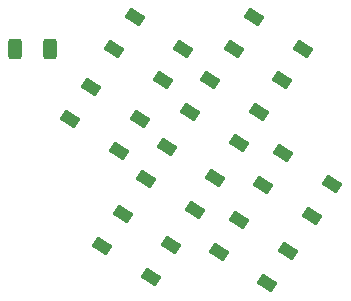
<source format=gtp>
G04 #@! TF.GenerationSoftware,KiCad,Pcbnew,7.0.2-0*
G04 #@! TF.CreationDate,2023-12-21T10:07:40-08:00*
G04 #@! TF.ProjectId,MM Skirt,4d4d2053-6b69-4727-942e-6b696361645f,rev?*
G04 #@! TF.SameCoordinates,Original*
G04 #@! TF.FileFunction,Paste,Top*
G04 #@! TF.FilePolarity,Positive*
%FSLAX46Y46*%
G04 Gerber Fmt 4.6, Leading zero omitted, Abs format (unit mm)*
G04 Created by KiCad (PCBNEW 7.0.2-0) date 2023-12-21 10:07:40*
%MOMM*%
%LPD*%
G01*
G04 APERTURE LIST*
G04 Aperture macros list*
%AMRoundRect*
0 Rectangle with rounded corners*
0 $1 Rounding radius*
0 $2 $3 $4 $5 $6 $7 $8 $9 X,Y pos of 4 corners*
0 Add a 4 corners polygon primitive as box body*
4,1,4,$2,$3,$4,$5,$6,$7,$8,$9,$2,$3,0*
0 Add four circle primitives for the rounded corners*
1,1,$1+$1,$2,$3*
1,1,$1+$1,$4,$5*
1,1,$1+$1,$6,$7*
1,1,$1+$1,$8,$9*
0 Add four rect primitives between the rounded corners*
20,1,$1+$1,$2,$3,$4,$5,0*
20,1,$1+$1,$4,$5,$6,$7,0*
20,1,$1+$1,$6,$7,$8,$9,0*
20,1,$1+$1,$8,$9,$2,$3,0*%
%AMRotRect*
0 Rectangle, with rotation*
0 The origin of the aperture is its center*
0 $1 length*
0 $2 width*
0 $3 Rotation angle, in degrees counterclockwise*
0 Add horizontal line*
21,1,$1,$2,0,0,$3*%
G04 Aperture macros list end*
%ADD10RotRect,1.500000X1.000000X147.300000*%
%ADD11RotRect,1.500000X1.000000X327.300000*%
%ADD12RoundRect,0.250000X-0.312500X-0.625000X0.312500X-0.625000X0.312500X0.625000X-0.312500X0.625000X0*%
G04 APERTURE END LIST*
D10*
X119320117Y-87658406D03*
X121048886Y-84965572D03*
X116925483Y-82318394D03*
X115196714Y-85011228D03*
D11*
X127034683Y-82318394D03*
X125305914Y-85011228D03*
X129429317Y-87658406D03*
X131158086Y-84965572D03*
X115909483Y-98980794D03*
X114180714Y-101673628D03*
X118304117Y-104320806D03*
X120032886Y-101627972D03*
D10*
X128159317Y-104828806D03*
X129888086Y-102135972D03*
X125764683Y-99488794D03*
X124035914Y-102181628D03*
X131918517Y-99139206D03*
X133647286Y-96446372D03*
X129523883Y-93799194D03*
X127795114Y-96492028D03*
D11*
X119639766Y-93313588D03*
X117910997Y-96006422D03*
X122034400Y-98653600D03*
X123763169Y-95960766D03*
D12*
X106792300Y-85039200D03*
X109717300Y-85039200D03*
D11*
X123326283Y-87652394D03*
X121597514Y-90345228D03*
X125720917Y-92992406D03*
X127449686Y-90299572D03*
D10*
X115611717Y-93602006D03*
X117340486Y-90909172D03*
X113217083Y-88261994D03*
X111488314Y-90954828D03*
M02*

</source>
